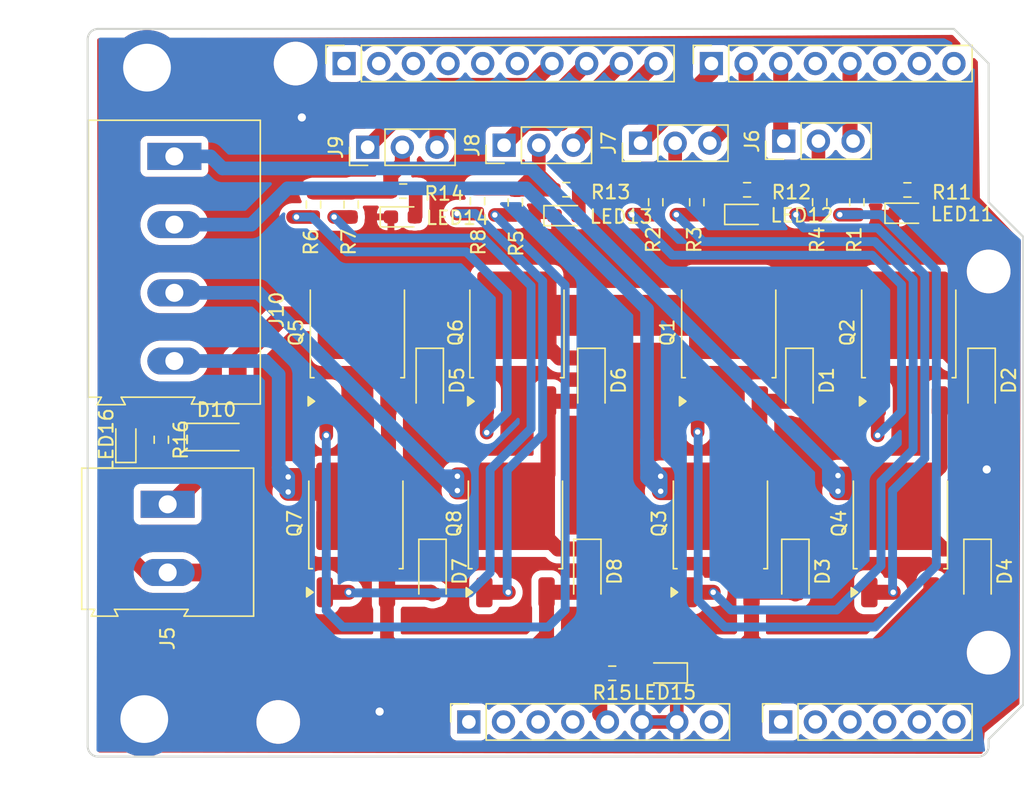
<source format=kicad_pcb>
(kicad_pcb (version 20241229) (generator "pcbnew") (generator_version "9.0")
  (title_block (date "mar. 31 mars 2015"))
  (layers (0 "F.Cu" signal) (2 "B.Cu" signal) (13 "F.Paste" user) (15 "B.Paste" user) (5 "F.SilkS" user "F.Silkscreen") (7 "B.SilkS" user "B.Silkscreen") (1 "F.Mask" user) (3 "B.Mask" user) (25 "Edge.Cuts" user))
  (net 0 "")
  (net 1 "GND")
  (net 3 "+5V")
  (net 4 "/IOREF")
  (net 5 "/A0")
  (net 6 "/A1")
  (net 7 "/A2")
  (net 8 "/A3")
  (net 9 "/SDA{slash}A4")
  (net 10 "/SCL{slash}A5")
  (net 11 "/13")
  (net 12 "/12")
  (net 13 "/AREF")
  (net 14 "M1a")
  (net 15 "V+")
  (net 16 "M1b")
  (net 17 "GND_PWR")
  (net 18 "M2a")
  (net 19 "/4")
  (net 20 "/2")
  (net 21 "M2b")
  (net 22 "/TX{slash}1")
  (net 24 "/RX{slash}0")
  (net 25 "+3V3")
  (net 26 "VCC")
  (net 27 "/~{RESET}")
  (net 28 "D11~")
  (net 29 "D10~")
  (net 30 "D8")
  (net 31 "D9~")
  (net 32 "D7")
  (net 33 "D3~")
  (net 34 "D6~")
  (net 35 "D5~")
  (net 36 "sA")
  (net 37 "sB")
  (net 38 "sC")
  (net 39 "sD")
  (net 40 "Net-(Q1-B)")
  (net 41 "Net-(Q2-B)")
  (net 42 "Net-(Q3-B)")
  (net 43 "Net-(Q4-B)")
  (net 44 "Net-(Q5-B)")
  (net 45 "Net-(Q6-B)")
  (net 46 "Net-(Q7-B)")
  (net 47 "Net-(Q8-B)")
  (net 48 "Net-(LED11-A)")
  (net 49 "Net-(LED12-A)")
  (net 50 "Net-(LED13-A)")
  (net 51 "Net-(LED14-A)")
  (net 52 "Net-(LED15-A)")
  (net 53 "Net-(LED16-A)")
  (net 54 "Net-(D10-A)")
  (footprint "Connector_PinSocket_2.54mm:PinSocket_1x08_P2.54mm_Vertical" (layer "F.Cu") (at 127.94 97.46 90)
    (property "Reference" "J1" (hide yes))
    (property "Value" "Power")
  )
  (footprint "Connector_PinSocket_2.54mm:PinSocket_1x06_P2.54mm_Vertical" (layer "F.Cu") (at 150.8 97.46 90)
    (property "Reference" "J3" (hide yes))
    (property "Value" "Analog")
  )
  (footprint "Connector_PinSocket_2.54mm:PinSocket_1x10_P2.54mm_Vertical" (layer "F.Cu") (at 118.796 49.2 90)
    (property "Reference" "J2" (hide yes))
    (property "Value" "Digital/PWM")
  )
  (footprint "Connector_PinSocket_2.54mm:PinSocket_1x08_P2.54mm_Vertical" (layer "F.Cu") (at 145.72 49.2 90)
    (property "Reference" "J4" (hide yes))
    (property "Value" "Digital/PWM")
  )
  (footprint "Package_TO_SOT_SMD:TO-252-2" (layer "F.Cu") (at 159.575 82.915 90)
    (property "Reference" "Q4")
    (property "Value" "TIP122")
  )
  (footprint "Resistor_SMD:R_0603_1608Metric_Pad0.98x0.95mm_HandSolder" (layer "F.Cu") (at 148.335 58.455 180)
    (property "Reference" "R12")
    (property "Value" "330")
  )
  (footprint "Diode_SMD:D_SOD-123" (layer "F.Cu") (at 165.525 72.43 -90)
    (property "Reference" "D2")
    (property "Value" "SM4007")
  )
  (footprint "LED_SMD:LED_0603_1608Metric_Pad1.05x0.95mm_HandSolder" (layer "F.Cu") (at 148.355 60.26)
    (property "Reference" "LED12")
    (property "Value" "LED_Blue")
  )
  (footprint "LED_SMD:LED_0603_1608Metric_Pad1.05x0.95mm_HandSolder" (layer "F.Cu") (at 160.105 60.17)
    (property "Reference" "LED11")
    (property "Value" "LED_Red")
  )
  (footprint "LED_SMD:LED_0603_1608Metric_Pad1.05x0.95mm_HandSolder" (layer "F.Cu") (at 135.105 60.35)
    (property "Reference" "LED13")
    (property "Value" "LED_Red")
  )
  (footprint "Resistor_SMD:R_0603_1608Metric_Pad0.98x0.95mm_HandSolder" (layer "F.Cu") (at 138.45 93.89 180)
    (property "Reference" "R15")
    (property "Value" "330")
  )
  (footprint "Connector_PinHeader_2.54mm:PinHeader_1x03_P2.54mm_Vertical" (layer "F.Cu") (at 120.525 55.335 90)
    (property "Reference" "J9")
    (property "Value" "M2b")
  )
  (footprint "Package_TO_SOT_SMD:TO-252-2" (layer "F.Cu") (at 131.465 68.915 90)
    (property "Reference" "Q6")
    (property "Value" "TIP122")
  )
  (footprint "LED_SMD:LED_0603_1608Metric_Pad1.05x0.95mm_HandSolder" (layer "F.Cu") (at 102.8 76.78 90)
    (property "Reference" "LED16")
    (property "Value" "LED_Yellow")
  )
  (footprint "TerminalBlock:TerminalBlock_Altech_AK300-2_P5.00mm" (layer "F.Cu") (at 105.865 81.505 -90)
    (property "Reference" "J5")
    (property "Value" "Motor-Source")
  )
  (footprint "Diode_SMD:D_SOD-123" (layer "F.Cu") (at 152.175 72.43 -90)
    (property "Reference" "D1")
    (property "Value" "SM4007")
  )
  (footprint "Resistor_SMD:R_0603_1608Metric_Pad0.98x0.95mm_HandSolder" (layer "F.Cu") (at 116.555 59.535 90)
    (property "Reference" "R6")
    (property "Value" "1k")
  )
  (footprint "Diode_SMD:D_SOD-123" (layer "F.Cu") (at 136.925 72.43 -90)
    (property "Reference" "D6")
    (property "Value" "SM4007")
  )
  (footprint "Arduino_MountingHole:MountingHole_3.2mm" (layer "F.Cu") (at 115.24 49.2)
    (property "Reference" "MH1" (hide yes))
    (property "Value" "MountingHole_3.2mm" (hide yes))
  )
  (footprint "Package_TO_SOT_SMD:TO-252-2" (layer "F.Cu") (at 160.185 68.915 90)
    (property "Reference" "Q2")
    (property "Value" "TIP122")
  )
  (footprint "Resistor_SMD:R_0603_1608Metric_Pad0.98x0.95mm_HandSolder" (layer "F.Cu") (at 144.65 59.365 90)
    (property "Reference" "R3")
    (property "Value" "1k")
  )
  (footprint "Resistor_SMD:R_0603_1608Metric_Pad0.98x0.95mm_HandSolder" (layer "F.Cu") (at 105.4 76.775 -90)
    (property "Reference" "R16")
    (property "Value" "440")
  )
  (footprint "Diode_SMD:D_SOD-123" (layer "F.Cu") (at 151.875 86.43 -90)
    (property "Reference" "D3")
    (property "Value" "SM4007")
  )
  (footprint "LED_SMD:LED_0603_1608Metric_Pad1.05x0.95mm_HandSolder" (layer "F.Cu") (at 142.295 93.87 180)
    (property "Reference" "LED15")
    (property "Value" "LED_Green")
  )
  (footprint "Resistor_SMD:R_0603_1608Metric_Pad0.98x0.95mm_HandSolder" (layer "F.Cu") (at 135.085 58.445 180)
    (property "Reference" "R13")
    (property "Value" "330")
  )
  (footprint "Connector_PinHeader_2.54mm:PinHeader_1x03_P2.54mm_Vertical" (layer "F.Cu") (at 140.525 55.035 90)
    (property "Reference" "J7")
    (property "Value" "M1b")
  )
  (footprint "LED_SMD:LED_0603_1608Metric_Pad1.05x0.95mm_HandSolder" (layer "F.Cu") (at 123.105 60.44)
    (property "Reference" "LED14")
    (property "Value" "LED_Blue")
  )
  (footprint "Resistor_SMD:R_0603_1608Metric_Pad0.98x0.95mm_HandSolder" (layer "F.Cu") (at 141.64 59.365 90)
    (property "Reference" "R2")
    (property "Value" "1k")
  )
  (footprint "Connector_PinHeader_2.54mm:PinHeader_1x03_P2.54mm_Vertical" (layer "F.Cu") (at 151.025 54.885 90)
    (property "Reference" "J6")
    (property "Value" "M1a")
  )
  (footprint "Resistor_SMD:R_0603_1608Metric_Pad0.98x0.95mm_HandSolder" (layer "F.Cu") (at 128.575 59.285 90)
    (property "Reference" "R8")
    (property "Value" "1k")
  )
  (footprint "Resistor_SMD:R_0603_1608Metric_Pad0.98x0.95mm_HandSolder" (layer "F.Cu") (at 156.38 59.365 90)
    (property "Reference" "R1")
    (property "Value" "1k")
  )
  (footprint "Package_TO_SOT_SMD:TO-252-2" (layer "F.Cu") (at 119.77 68.915 90)
    (property "Reference" "Q5")
    (property "Value" "TIP122")
  )
  (footprint "TerminalBlock:TerminalBlock_Altech_AK300-4_P5.00mm" (layer "F.Cu") (at 106.355 56.005 -90)
    (property "Reference" "J10")
    (property "Value" "MotorsA&B")
  )
  (footprint "Package_TO_SOT_SMD:TO-252-2" (layer "F.Cu") (at 146.38 82.915 90)
    (property "Reference" "Q3")
    (property "Value" "TIP122")
  )
  (footprint "Diode_SMD:D_SOD-123" (layer "F.Cu") (at 125.075 72.43 -90)
    (property "Reference" "D5")
    (property "Value" "SM4007")
  )
  (footprint "Package_TO_SOT_SMD:TO-252-2" (layer "F.Cu") (at 119.66 82.915 90)
    (property "Reference" "Q7")
    (property "Value" "TIP122")
  )
  (footprint "Resistor_SMD:R_0603_1608Metric_Pad0.98x0.95mm_HandSolder" (layer "F.Cu") (at 160.085 58.465 180)
    (property "Reference" "R11")
    (property "Value" "330")
  )
  (footprint "Resistor_SMD:R_0603_1608Metric_Pad0.98x0.95mm_HandSolder" (layer "F.Cu") (at 119.315 59.535 90)
    (property "Reference" "R7")
    (property "Value" "1k")
  )
  (footprint "Connector_PinHeader_2.54mm:PinHeader_1x03_P2.54mm_Vertical" (layer "F.Cu") (at 130.525 55.185 90)
    (property "Reference" "J8")
    (property "Value" "M2a")
  )
  (footprint "Diode_SMD:D_SOD-123" (layer "F.Cu") (at 165.225 86.43 -90)
    (property "Reference" "D4")
    (property "Value" "SM4007")
  )
  (footprint "Diode_SMD:D_SOD-123" (layer "F.Cu") (at 136.625 86.43 -90)
    (property "Reference" "D8")
    (property "Value" "SM4007")
  )
  (footprint "Package_TO_SOT_SMD:TO-252-2" (layer "F.Cu") (at 146.99 68.915 90)
    (property "Reference" "Q1")
    (property "Value" "TIP122")
  )
  (footprint "Diode_SMD:D_SOD-123" (layer "F.Cu") (at 125.275 86.43 -90)
    (property "Reference" "D7")
    (property "Value" "SM4007")
  )
  (footprint "Arduino_MountingHole:MountingHole_3.2mm" (layer "F.Cu") (at 113.97 97.46)
    (property "Reference" "MH2" (hide yes))
    (property "Value" "MountingHole_3.2mm" (hide yes))
  )
  (footprint "Resistor_SMD:R_0603_1608Metric_Pad0.98x0.95mm_HandSolder" (layer "F.Cu") (at 131.345 59.385 90)
    (property "Reference" "R5")
    (property "Value" "1k")
  )
  (footprint "Arduino_MountingHole:MountingHole_3.2mm" (layer "F.Cu") (at 166.04 64.44)
    (property "Reference" "MH3" (hide yes))
    (property "Value" "MountingHole_3.2mm" (hide yes))
  )
  (footprint "Arduino_MountingHole:MountingHole_3.2mm" (layer "F.Cu") (at 166.04 92.38)
    (property "Reference" "MH4" (hide yes))
    (property "Value" "MountingHole_3.2mm" (hide yes))
  )
  (footprint "Package_TO_SOT_SMD:TO-252-2" (layer "F.Cu") (at 131.355 82.915 90)
    (property "Reference" "Q8")
    (property "Value" "TIP122")
  )
  (footprint "Resistor_SMD:R_0603_1608Metric_Pad0.98x0.95mm_HandSolder" (layer "F.Cu") (at 153.66 59.365 90)
    (property "Reference" "R4")
    (property "Value" "1k")
  )
  (footprint "Resistor_SMD:R_0603_1608Metric_Pad0.98x0.95mm_HandSolder" (layer "F.Cu") (at 123.13 58.55 180)
    (property "Reference" "R14")
    (property "Value" "330")
  )
  (footprint "Diode_SMD:D_SOD-123" (layer "F.Cu") (at 109.4425 76.575)
    (property "Reference" "D10")
    (property "Value" "SM4007")
  )
  (gr_line (start 166.04 59.36) (end 168.58 61.9) (stroke (width 0.15)) (layer "Edge.Cuts"))
  (gr_line (start 100 99.238) (end 100 47.422) (stroke (width 0.15)) (layer "Edge.Cuts"))
  (gr_line (start 168.58 61.9) (end 168.58 96.19) (stroke (width 0.15)) (layer "Edge.Cuts"))
  (gr_line (start 165.278 100) (end 100.762 100) (stroke (width 0.15)) (layer "Edge.Cuts"))
  (gr_line (start 100.762 46.66) (end 163.5 46.66) (stroke (width 0.15)) (layer "Edge.Cuts"))
  (gr_arc (start 100.762 100) (mid 100.223185 99.776815) (end 100 99.238) (stroke (width 0.15)) (layer "Edge.Cuts"))
  (gr_line (start 168.58 96.19) (end 166.04 98.73) (stroke (width 0.15)) (layer "Edge.Cuts"))
  (gr_line (start 163.5 46.66) (end 166.04 49.2) (stroke (width 0.15)) (layer "Edge.Cuts"))
  (gr_arc (start 166.04 99.238) (mid 165.816815 99.776815) (end 165.278 100) (stroke (width 0.15)) (layer "Edge.Cuts"))
  (gr_line (start 166.04 49.2) (end 166.04 59.36) (stroke (width 0.15)) (layer "Edge.Cuts"))
  (gr_line (start 166.04 98.73) (end 166.04 99.238) (stroke (width 0.15)) (layer "Edge.Cuts"))
  (gr_arc (start 100 47.422) (mid 100.223185 46.883185) (end 100.762 46.66) (stroke (width 0.15)) (layer "Edge.Cuts"))
  (segment (start 143.18 97.46) (end 143.18 93.88) (width 1) (layer "F.Cu") (net 1))
  (segment (start 143.18 93.88) (end 143.17 93.87) (width 1) (layer "F.Cu") (net 1))
  (segment (start 140.64 97.46) (end 140.64 97.36) (width 1) (layer "F.Cu") (net 1))
  (segment (start 140.64 97.46) (end 143.18 97.46) (width 1) (layer "F.Cu") (net 1))
  (via (at 104.15 97.25) (size 5.5) (drill 3.5) (layers "F.Cu" "B.Cu") (net 1))
  (via (at 115.7 53.15) (size 1) (drill 0.6) (layers "F.Cu" "B.Cu") (net 1))
  (via (at 165.9 78.95) (size 1) (drill 0.6) (layers "F.Cu" "B.Cu") (net 1))
  (via (at 121.4 96.7) (size 1) (drill 0.6) (layers "F.Cu" "B.Cu") (net 1))
  (via (at 104.35 49.5) (size 5.5) (drill 3.5) (layers "F.Cu" "B.Cu") (net 1))
  (segment (start 137.5375 96.8975) (end 138.1 97.46) (width 1.1) (layer "F.Cu") (net 3))
  (segment (start 137.5375 93.89) (end 137.5375 96.8975) (width 1.1) (layer "F.Cu") (net 3))
  (segment (start 152.05 73.955) (end 152.175 74.08) (width 1.1) (layer "F.Cu") (net 14))
  (segment (start 144.285 80.55) (end 144.855 79.98) (width 1.3) (layer "F.Cu") (net 14))
  (segment (start 142 80.55) (end 144.285 80.55) (width 1.3) (layer "F.Cu") (net 14))
  (segment (start 149.27 73.955) (end 149.27 78.615) (width 1.1) (layer "F.Cu") (net 14))
  (segment (start 142 79.45) (end 144.325 79.45) (width 1.3) (layer "F.Cu") (net 14))
  (segment (start 144.725 80) (end 146.38 81.655) (width 1) (layer "F.Cu") (net 14))
  (segment (start 149.27 78.615) (end 147.905 79.98) (width 1.1) (layer "F.Cu") (net 14))
  (segment (start 151.875 84.78) (end 149.505 84.78) (width 1.1) (layer "F.Cu") (net 14))
  (segment (start 144.325 79.45) (end 144.855 79.98) (width 1.3) (layer "F.Cu") (net 14))
  (segment (start 149.505 84.78) (end 146.38 81.655) (width 1.1) (layer "F.Cu") (net 14))
  (segment (start 149.27 73.955) (end 150.75 73.955) (width 1.1) (layer "F.Cu") (net 14))
  (segment (start 150.75 73.955) (end 152.05 73.955) (width 1.1) (layer "F.Cu") (net 14))
  (via (at 142 80.55) (size 0.8) (drill 0.4) (layers "F.Cu" "B.Cu") (net 14))
  (via (at 142 79.45) (size 0.8) (drill 0.4) (layers "F.Cu" "B.Cu") (net 14))
  (segment (start 114.65 58.35) (end 111.995 61.005) (width 1) (layer "B.Cu") (net 14))
  (segment (start 141 67.204372) (end 141 76.8) (width 1) (layer "B.Cu") (net 14))
  (segment (start 141 78.45) (end 142 79.45) (width 1) (layer "B.Cu") (net 14))
  (segment (start 141 76.8) (end 141 78.45) (width 1) (layer "B.Cu") (net 14))
  (segment (start 132.145628 58.35) (end 114.65 58.35) (width 1) (layer "B.Cu") (net 14))
  (segment (start 111.995 61.005) (end 106.355 61.005) (width 1) (layer "B.Cu") (net 14))
  (segment (start 141 79.55) (end 142 80.55) (width 1) (layer "B.Cu") (net 14))
  (segment (start 141 76.8) (end 141 79.55) (width 1) (layer "B.Cu") (net 14))
  (segment (start 141 67.204372) (end 132.145628 58.35) (width 1) (layer "B.Cu") (net 14))
  (segment (start 142 79.45) (end 142 80.55) (width 1) (layer "B.Cu") (net 14))
  (segment (start 136.925 70.78) (end 134.59 70.78) (width 1.1) (layer "F.Cu") (net 15))
  (segment (start 105.4 77.6875) (end 106.68 77.6875) (width 1) (layer "F.Cu") (net 15))
  (segment (start 125.075 70.78) (end 122.745 70.78) (width 1) (layer "F.Cu") (net 15))
  (segment (start 158.43 65.75) (end 158.66 65.98) (width 1) (layer "F.Cu") (net 15))
  (segment (start 122.745 70.78) (end 121.295 69.33) (width 1) (layer "F.Cu") (net 15))
  (segment (start 114.345 67.655) (end 111 71) (width 1.3) (layer "F.Cu") (net 15))
  (segment (start 134.59 70.78) (end 131.465 67.655) (width 1.1) (layer "F.Cu") (net 15))
  (segment (start 149.965 70.78) (end 148.515 69.33) (width 1.1) (layer "F.Cu") (net 15))
  (segment (start 163.31 70.78) (end 160.185 67.655) (width 1) (layer "F.Cu") (net 15))
  (segment (start 111 73.3675) (end 107.7925 76.575) (width 1.3) (layer "F.Cu") (net 15))
  (segment (start 106.68 77.6875) (end 107.7925 76.575) (width 1) (layer "F.Cu") (net 15))
  (segment (start 111 71) (end 111 73.3675) (width 1.3) (layer "F.Cu") (net 15))
  (segment (start 119.77 67.655) (end 160.185 67.655) (width 3) (layer "F.Cu") (net 15))
  (segment (start 119.77 67.655) (end 114.345 67.655) (width 1.3) (layer "F.Cu") (net 15))
  (segment (start 119.77 67.655) (end 119.77 67.98) (width 1) (layer "F.Cu") (net 15))
  (segment (start 165.525 70.78) (end 163.31 70.78) (width 1) (layer "F.Cu") (net 15))
  (segment (start 129.46 65.5) (end 129.94 65.98) (width 1) (layer "F.Cu") (net 15))
  (segment (start 117.765 65.5) (end 118.245 65.98) (width 1) (layer "F.Cu") (net 15))
  (segment (start 145.235 65.75) (end 145.465 65.98) (width 1) (layer "F.Cu") (net 15))
  (segment (start 152.175 70.78) (end 149.965 70.78) (width 1.1) (layer "F.Cu") (net 15))
  (segment (start 117.37 69.33) (end 118.245 69.33) (width 1) (layer "F.Cu") (net 15))
  (segment (start 157.92 80) (end 159.575 81.655) (width 1) (layer "F.Cu") (net 16))
  (segment (start 162.465 73.955) (end 165.4 73.955) (width 1.1) (layer "F.Cu") (net 16))
  (segment (start 162.7 84.78) (end 159.575 81.655) (width 1.1) (layer "F.Cu") (net 16))
  (segment (start 162.465 78.765) (end 159.575 81.655) (width 1.1) (layer "F.Cu") (net 16))
  (segment (start 162.465 73.955) (end 162.465 78.765) (width 1.1) (layer "F.Cu") (net 16))
  (segment (start 155 80.55) (end 157.48 80.55) (width 1.3) (layer "F.Cu") (net 16))
  (segment (start 155 79.4) (end 157.47 79.4) (width 1.3) (layer "F.Cu") (net 16))
  (segment (start 165.225 84.78) (end 162.7 84.78) (width 1.1) (layer "F.Cu") (net 16))
  (segment (start 165.4 73.955) (end 165.525 74.08) (width 1.1) (layer "F.Cu") (net 16))
  (segment (start 157.48 80.55) (end 158.05 79.98) (width 1.3) (layer "F.Cu") (net 16))
  (segment (start 157.47 79.4) (end 158.05 79.98) (width 1.3) (layer "F.Cu") (net 16))
  (segment (start 159.575 81.655) (end 160.715796 81.655) (width 1) (layer "F.Cu") (net 16))
  (via (at 155 80.55) (size 0.8) (drill 0.4) (layers "F.Cu" "B.Cu") (net 16))
  (via (at 155 79.4) (size 0.8) (drill 0.4) (layers "F.Cu" "B.Cu") (net 16))
  (segment (start 132.486 56.886) (end 154.325 78.725) (width 1) (layer "B.Cu") (net 16))
  (segment (start 106.355 56.005) (end 109.005 56.005) (width 1) (layer "B.Cu") (net 16))
  (segment (start 155 79.4) (end 155 80.55) (width 1) (layer "B.Cu") (net 16))
  (segment (start 154.325 79.875) (end 155 80.55) (width 1) (layer "B.Cu") (net 16))
  (segment (start 154.325 78.725) (end 154.325 79.875) (width 1) (layer "B.Cu") (net 16))
  (segment (start 154.325 78.725) (end 155 79.4) (width 1) (layer "B.Cu") (net 16))
  (segment (start 109.005 56.005) (end 109.886 56.886) (width 1) (layer "B.Cu") (net 16))
  (segment (start 109.886 56.886) (end 132.486 56.886) (width 1) (layer "B.Cu") (net 16))
  (segment (start 133.635 91.385) (end 134.5 92.25) (width 1.1) (layer "F.Cu") (net 17))
  (segment (start 165.1 87.955) (end 165.225 88.08) (width 1.1) (layer "F.Cu") (net 17))
  (segment (start 133.635 91.115) (end 132.5 92.25) (width 1.1) (layer "F.Cu") (net 17))
  (segment (start 151.75 87.955) (end 151.875 88.08) (width 1.1) (layer "F.Cu") (net 17))
  (segment (start 104.255 86.505) (end 102.8 85.05) (width 1) (layer "F.Cu") (net 17))
  (segment (start 133.635 87.955) (end 133.635 91.115) (width 1.1) (layer "F.Cu") (net 17))
  (segment (start 148.66 91.41) (end 149.5 92.25) (width 1.1) (layer "F.Cu") (net 17))
  (segment (start 148.66 91.34) (end 147.75 92.25) (width 1.1) (layer "F.Cu") (net 17))
  (segment (start 109.605 86.505) (end 115.3 92.2) (width 1.3) (layer "F.Cu") (net 17))
  (segment (start 148.66 91.34) (end 148.66 91.41) (width 1.1) (layer "F.Cu") (net 17))
  (segment (start 121.94 91.56) (end 121.25 92.25) (width 1) (layer "F.Cu") (net 17))
  (segment (start 161.855 87.955) (end 165.1 87.955) (width 1.1) (layer "F.Cu") (net 17))
  (segment (start 148.66 87.955) (end 148.66 91.34) (width 1.1) (layer "F.Cu") (net 17))
  (segment (start 136.5 87.955) (end 136.625 88.08) (width 1.1) (layer "F.Cu") (net 17))
  (segment (start 106.865 86.505) (end 107.216 86.154) (width 1) (layer "F.Cu") (net 17))
  (segment (start 105.865 86.505) (end 104.255 86.505) (width 1) (layer "F.Cu") (net 17))
  (segment (start 105.865 86.505) (end 109.605 86.505) (width 1.3) (layer "F.Cu") (net 17))
  (segment (start 121.94 87.955) (end 125.15 87.955) (width 1.1) (layer "F.Cu") (net 17))
  (segment (start 122.06 91.56) (end 122.75 92.25) (width 1) (layer "F.Cu") (net 17))
  (segment (start 157.61 92.2) (end 161.855 87.955) (width 1.3) (layer "F.Cu") (net 17))
  (segment (start 133.635 87.955) (end 136.5 87.955) (width 1.1) (layer "F.Cu") (net 17))
  (segment (start 148.66 87.955) (end 151.75 87.955) (width 1.1) (layer "F.Cu") (net 17))
  (segment (start 121.94 87.955) (end 121.94 91.56) (width 1) (layer "F.Cu") (net 17))
  (segment (start 125.15 87.955) (end 125.275 88.08) (width 1.1) (layer "F.Cu") (net 17))
  (segment (start 121.94 91.56) (end 122.06 91.56) (width 1) (layer "F.Cu") (net 17))
  (segment (start 147.75 92.25) (end 149.5 92.25) (width 1) (layer "F.Cu") (net 17))
  (segment (start 133.635 91.115) (end 133.635 91.385) (width 1.1) (layer "F.Cu") (net 17))
  (segment (start 132.5 92.25) (end 134.5 92.25) (width 1) (layer "F.Cu") (net 17))
  (segment (start 102.8 85.05) (end 102.8 77.655) (width 1) (layer "F.Cu") (net 17))
  (segment (start 121.25 92.25) (end 122.75 92.25) (width 1) (layer "F.Cu") (net 17))
  (segment (start 115.3 92.2) (end 157.61 92.2) (width 1.3) (layer "F.Cu") (net 17))
  (segment (start 122.05 79.265) (end 119.66 81.655) (width 1.1) (layer "F.Cu") (net 18))
  (segment (start 122.05 73.955) (end 122.05 79.265) (width 1.1) (layer "F.Cu") (net 18))
  (segment (start 114.7 80.6) (end 117.515 80.6) (width 1.3) (layer "F.Cu") (net 18))
  (segment (start 114.7 79.5) (end 117.655 79.5) (width 1.3) (layer "F.Cu") (net 18))
  (segment (start 118.005 80) (end 119.66 81.655) (width 1) (layer "F.Cu") (net 18))
  (segment (start 117.515 80.6) (end 118.135 79.98) (width 1.3) (layer "F.Cu") (net 18))
  (segment (start 124.95 73.955) (end 125.075 74.08) (width 1.1) (layer "F.Cu") (net 18))
  (segment (start 122.05 73.955) (end 124.95 73.955) (width 1.1) (layer "F.Cu") (net 18))
  (segment (start 117.655 79.5) (end 118.135 79.98) (width 1.3) (layer "F.Cu") (net 18))
  (segment (start 122.785 84.78) (end 119.66 81.655) (width 1) (layer "F.Cu") (net 18))
  (segment (start 125.275 84.78) (end 122.785 84.78) (width 1) (layer "F.Cu") (net 18))
  (via (at 114.7 80.6) (size 0.8) (drill 0.4) (layers "F.Cu" "B.Cu") (net 18))
  (via (at 114.7 79.5) (size 0.8) (drill 0.4) (layers "F.Cu" "B.Cu") (net 18))
  (segment (start 114 78.8) (end 114 79.9) (width 1) (layer "B.Cu") (net 18))
  (segment (start 114.7 79.5) (end 114.7 80.6) (width 1) (layer "B.Cu") (net 18))
  (segment (start 114 72) (end 113 71) (width 1) (layer "B.Cu") (net 18))
  (segment (start 112.995 71.005) (end 106.355 71.005) (width 1) (layer "B.Cu") (net 18))
  (segment (start 114 79.9) (end 114.7 80.6) (width 1) (layer "B.Cu") (net 18))
  (segment (start 113 71) (end 112.995 71.005) (width 1) (layer "B.Cu") (net 18))
  (segment (start 114 78.8) (end 114.7 79.5) (width 1) (layer "B.Cu") (net 18))
  (segment (start 114 72) (end 114 78.8) (width 1) (layer "B.Cu") (net 18))
  (segment (start 129.31 80.5) (end 129.83 79.98) (width 1.3) (layer "F.Cu") (net 21))
  (segment (start 129.7 80) (end 131.355 81.655) (width 1) (layer "F.Cu") (net 21))
  (segment (start 133.745 79.265) (end 131.355 81.655) (width 1.1) (layer "F.Cu") (net 21))
  (segment (start 134.48 84.78) (end 131.355 81.655) (width 1.1) (layer "F.Cu") (net 21))
  (segment (start 133.745 73.955) (end 133.745 79.265) (width 1.1) (layer "F.Cu") (net 21))
  (segment (start 133.745 73.955) (end 136.8 73.955) (width 1.1) (layer "F.Cu") (net 21))
  (segment (start 136.625 84.78) (end 134.48 84.78) (width 1.1) (layer "F.Cu") (net 21))
  (segment (start 127.1 79.45) (end 129.3 79.45) (width 1.3) (layer "F.Cu") (net 21))
  (segment (start 127.1 80.5) (end 129.31 80.5) (width 1.3) (layer "F.Cu") (net 21))
  (segment (start 136.8 73.955) (end 136.925 74.08) (width 1.1) (layer "F.Cu") (net 21))
  (segment (start 129.3 79.45) (end 129.83 79.98) (width 1.3) (layer "F.Cu") (net 21))
  (via (at 127.1 79.45) (size 0.8) (drill 0.4) (layers "F.Cu" "B.Cu") (net 21))
  (via (at 127.1 80.5) (size 0.8) (drill 0.4) (layers "F.Cu" "B.Cu") (net 21))
  (segment (start 112.495 66.005) (end 106.355 66.005) (width 1) (layer "B.Cu") (net 21))
  (segment (start 127 80.5) (end 125.95 79.45) (width 1) (layer "B.Cu") (net 21))
  (segment (start 125.95 79.45) (end 127.1 79.45) (width 1) (layer "B.Cu") (net 21))
  (segment (start 112.5 66) (end 125.95 79.45) (width 1) (layer "B.Cu") (net 21))
  (segment (start 112.5 66) (end 112.495 66.005) (width 1) (layer "B.Cu") (net 21))
  (segment (start 127.1 80.5) (end 127 80.5) (width 1) (layer "B.Cu") (net 21))
  (segment (start 127.1 79.45) (end 127.1 80.5) (width 1) (layer "B.Cu") (net 21))
  (segment (start 134.036 49.2) (end 132.435 50.801) (width 1.1) (layer "F.Cu") (net 28))
  (segment (start 132.435 50.801) (end 125.059 50.801) (width 1.1) (layer "F.Cu") (net 28))
  (segment (start 125.059 50.801) (end 120.525 55.335) (width 1.1) (layer "F.Cu") (net 28))
  (segment (start 136.576 49.2) (end 133.526 52.25) (width 1.1) (layer "F.Cu") (net 29))
  (segment (start 133.526 52.25) (end 127.5 52.25) (width 1.1) (layer "F.Cu") (net 29))
  (segment (start 127.5 52.25) (end 125.605 54.145) (width 1.1) (layer "F.Cu") (net 29))
  (segment (start 125.605 54.145) (end 125.605 55.335) (width 1.1) (layer "F.Cu") (net 29))
  (segment (start 141.59 49.2) (end 135.605 55.185) (width 1.1) (layer "F.Cu") (net 30))
  (segment (start 141.656 49.2) (end 141.59 49.2) (width 1.1) (layer "F.Cu") (net 30))
  (segment (start 130.525 55.185) (end 132.126 53.584) (width 1.1) (layer "F.Cu") (net 31))
  (segment (start 134.732 53.584) (end 139.116 49.2) (width 1.1) (layer "F.Cu") (net 31))
  (segment (start 132.126 53.584) (end 134.732 53.584) (width 1.1) (layer "F.Cu") (net 31))
  (segment (start 145.72 49.84) (end 140.525 55.035) (width 1.1) (layer "F.Cu") (net 32))
  (segment (start 145.72 49.2) (end 145.72 49.84) (width 1.1) (layer "F.Cu") (net 32))
  (segment (start 155.88 54.66) (end 156.105 54.885) (width 1.1) (layer "F.Cu") (net 33))
  (segment (start 155.88 49.2) (end 155.88 54.66) (width 1.1) (layer "F.Cu") (net 33))
  (segment (start 148.26 52.38) (end 145.605 55.035) (width 1.1) (layer "F.Cu") (net 34))
  (segment (start 148.26 49.2) (end 148.26 52.38) (width 1.1) (layer "F.Cu") (net 34))
  (segment (start 150.8 54.66) (end 151.025 54.885) (width 1.1) (layer "F.Cu") (net 35))
  (segment (start 150.8 49.2) (end 150.8 54.66) (width 1.1) (layer "F.Cu") (net 35))
  (segment (start 153.565 57) (end 153.565 57.0175) (width 1) (layer "F.Cu") (net 36))
  (segment (start 156.38 58.4525) (end 159.16 58.4525) (width 1) (layer "F.Cu") (net 36))
  (segment (start 159.16 58.4525) (end 159.1725 58.465) (width 1) (layer "F.Cu") (net 36))
  (segment (start 153.565 58.3575) (end 153.66 58.4525) (width 1) (layer "F.Cu") (net 36))
  (segment (start 153.66 58.4525) (end 155 58.4525) (width 1) (layer "F.Cu") (net 36))
  (segment (start 155 58.4525) (end 156.38 58.4525) (width 1) (layer "F.Cu") (net 36))
  (segment (start 156.3925 58.465) (end 156.38 58.4525) (width 1.1) (layer "F.Cu") (net 36))
  (segment (start 153.565 57.0175) (end 155 58.4525) (width 1) (layer "F.Cu") (net 36))
  (segment (start 153.565 54.885) (end 153.565 57) (width 1) (layer "F.Cu") (net 36))
  (segment (start 153.565 57) (end 153.565 58.3575) (width 1) (layer "F.Cu") (net 36))
  (segment (start 143.065 57.0275) (end 144.01875 57.98125) (width 1) (layer "F.Cu") (net 37))
  (segment (start 144.49 58.4525) (end 144.65 58.4525) (width 1) (layer "F.Cu") (net 37))
  (segment (start 143.065 57.0275) (end 142.54625 57.54625) (width 1) (layer "F.Cu") (net 37))
  (segment (start 144.01875 57.98125) (end 144.49 58.4525) (width 1) (layer "F.Cu") (net 37))
  (segment (start 144.65 58.4525) (end 147.42 58.4525) (width 1) (layer "F.Cu") (net 37))
  (segment (start 143.58375 57.54625) (end 144.01875 57.98125) (width 1) (layer "F.Cu") (net 37))
  (segment (start 144.6525 58.455) (end 144.65 58.4525) (width 1) (layer "F.Cu") (net 37))
  (segment (start 142.54625 57.54625) (end 141.64 58.4525) (width 1) (layer "F.Cu") (net 37))
  (segment (start 142.54625 57.54625) (end 143.58375 57.54625) (width 1) (layer "F.Cu") (net 37))
  (segment (start 147.42 58.4525) (end 147.4225 58.455) (width 1) (layer "F.Cu") (net 37))
  (segment (start 141.64 58.4525) (end 144.65 58.4525) (width 1) (layer "F.Cu") (net 37))
  (segment (start 143.065 55.035) (end 143.065 57.0275) (width 1) (layer "F.Cu") (net 37))
  (segment (start 134.1725 58.445) (end 133.445 58.445) (width 1) (layer "F.Cu") (net 38))
  (segment (start 131.5925 58.4725) (end 132.5325 57.5325) (width 1) (layer "F.Cu") (net 38))
  (segment (start 131.345 58.4725) (end 131.5925 58.4725) (width 1) (layer "F.Cu") (net 38))
  (segment (start 128.575 58.3725) (end 131.245 58.3725) (width 1) (layer "F.Cu") (net 38))
  (segment (start 133.445 58.445) (end 132.5325 57.5325) (width 1) (layer "F.Cu") (net 38))
  (segment (start 134.1725 58.445) (end 134.1725 58.4225) (width 1) (layer "F.Cu") (net 38))
  (segment (start 134.1725 58.445) (end 131.3725 58.445) (width 1) (layer "F.Cu") (net 38))
  (segment (start 131.3725 58.445) (end 131.345 58.4725) (width 1) (layer "F.Cu") (net 38))
  (segment (start 134.1725 58.4225) (end 132.9075 57.1575) (width 1) (layer "F.Cu") (net 38))
  (segment (start 132.5325 57.5325) (end 132.9075 57.1575) (width 1) (layer "F.Cu") (net 38))
  (segment (start 131.245 58.3725) (end 131.345 58.4725) (width 1) (layer "F.Cu") (net 38))
  (segment (start 133.065 55.185) (end 133.065 57) (width 1) (layer "F.Cu") (net 38))
  (segment (start 132.9075 57.1575) (end 133.065 57) (width 1) (layer "F.Cu") (net 38))
  (segment (start 123.065 56.537081) (end 122.2175 57.384581) (width 1.1) (layer "F.Cu") (net 39))
  (segment (start 119.315 58.6225) (end 116.555 58.6225) (width 1.1) (layer "F.Cu") (net 39))
  (segment (start 122.2175 58.55) (end 119.3875 58.55) (width 1.1) (layer "F.Cu") (net 39))
  (segment (start 122.2175 57.384581) (end 122.2175 58.55) (width 1.1) (layer "F.Cu") (net 39))
  (segment (start 123.065 55.335) (end 123.065 56.537081) (width 1.1) (layer "F.Cu") (net 39))
  (segment (start 119.3875 58.55) (end 119.315 58.6225) (width 1.1) (layer "F.Cu") (net 39))
  (segment (start 156.38 60.2775) (end 155.13 60.2775) (width 1) (layer "F.Cu") (net 40))
  (segment (start 144.71 76.205) (end 144.71 73.955) (width 1) (layer "F.Cu") (net 40))
  (via (at 144.71 76.205) (size 0.6) (drill 0.4) (layers "F.Cu" "B.Cu") (net 40))
  (via (at 155.13 60.2775) (size 0.6) (drill 0.4) (layers "F.Cu" "B.Cu") (net 40))
  (segment (start 162.208 85.995496) (end 162.208 64.347512) (width 0.65) (layer "B.Cu") (net 40))
  (segment (start 144.75 88.55) (end 146.7 90.5) (width 0.65) (layer "B.Cu") (net 40))
  (segment (start 157.703496 90.5) (end 162.208 85.995496) (width 0.65) (layer "B.Cu") (net 40))
  (segment (start 144.75 76.245) (end 144.75 88.55) (width 0.65) (layer "B.Cu") (net 40))
  (segment (start 158.137988 60.2775) (end 155.13 60.2775) (width 0.65) (layer "B.Cu") (net 40))
  (segment (start 162.208 64.347512) (end 158.137988 60.2775) (width 0.65) (layer "B.Cu") (net 40))
  (segment (start 146.7 90.5) (end 157.703496 90.5) (width 0.65) (layer "B.Cu") (net 40))
  (segment (start 144.71 76.205) (end 144.75 76.245) (width 0.65) (layer "B.Cu") (net 40))
  (segment (start 141.64 60.2775) (end 139.89 60.2775) (width 1) (layer "F.Cu") (net 41))
  (segment (start 157.905 76.455) (end 157.905 73.955) (width 1) (layer "F.Cu") (net 41))
  (via (at 139.89 60.2775) (size 0.6) (drill 0.4) (layers "F.Cu" "B.Cu") (net 41))
  (via (at 157.905 76.455) (size 0.6) (drill 0.4) (layers "F.Cu" "B.Cu") (net 41))
  (segment (start 159.655 65.405) (end 159.655 74.705) (width 0.65) (layer "B.Cu") (net 41))
  (segment (start 139.89 60.2775) (end 142.8625 63.25) (width 0.65) (layer "B.Cu") (net 41))
  (segment (start 142.8625 63.25) (end 157.5 63.25) (width 0.65) (layer "B.Cu") (net 41))
  (segment (start 157.5 63.25) (end 159.655 65.405) (width 0.65) (layer "B.Cu") (net 41))
  (segment (start 159.655 74.705) (end 157.905 76.455) (width 0.65) (layer "B.Cu") (net 41))
  (segment (start 144.1 87.955) (end 145.85 87.955) (width 1.1) (layer "F.Cu") (net 42))
  (segment (start 144.65 60.2775) (end 143.15 60.2775) (width 1) (layer "F.Cu") (net 42))
  (via (at 145.85 87.955) (size 0.6) (drill 0.4) (layers "F.Cu" "B.Cu") (net 42))
  (via (at 143.15 60.2775) (size 0.6) (drill 0.4) (layers "F.Cu" "B.Cu") (net 42))
  (segment (start 158.15 86) (end 154.9 89.25) (width 0.65) (layer "B.Cu") (net 42))
  (segment (start 160.506 77.494) (end 158.15 79.85) (width 0.65) (layer "B.Cu") (net 42))
  (segment (start 154.9 89.25) (end 147.145 89.25) (width 0.65) (layer "B.Cu") (net 42))
  (segment (start 145.1225 62.25) (end 157.703496 62.25) (width 0.65) (layer "B.Cu") (net 42))
  (segment (start 158.15 79.85) (end 158.15 86) (width 0.65) (layer "B.Cu") (net 42))
  (segment (start 143.15 60.2775) (end 145.1225 62.25) (width 0.65) (layer "B.Cu") (net 42))
  (segment (start 147.145 89.25) (end 145.85 87.955) (width 0.65) (layer "B.Cu") (net 42))
  (segment (start 157.703496 62.25) (end 160.506 65.052504) (width 0.65) (layer "B.Cu") (net 42))
  (segment (start 160.506 65.052504) (end 160.506 77.494) (width 0.65) (layer "B.Cu") (net 42))
  (segment (start 153.66 60.2775) (end 151.91 60.2775) (width 1) (layer "F.Cu") (net 43))
  (segment (start 157.295 87.955) (end 159.045 87.955) (width 1.1) (layer "F.Cu") (net 43))
  (via (at 159.045 87.955) (size 0.6) (drill 0.4) (layers "F.Cu" "B.Cu") (net 43))
  (via (at 151.91 60.2775) (size 0.6) (drill 0.4) (layers "F.Cu" "B.Cu") (net 43))
  (segment (start 161.357 64.700008) (end 157.906992 61.25) (width 0.65) (layer "B.Cu") (net 43))
  (segment (start 152.5 61.25) (end 151.91 60.66) (width 0.65) (layer "B.Cu") (net 43))
  (segment (start 159 87.91) (end 159.045 87.955) (width 0.65) (layer "B.Cu") (net 43))
  (segment (start 159 80.5) (end 161.357 78.143) (width 0.65) (layer "B.Cu") (net 43))
  (segment (start 151.91 60.66) (end 151.91 60.2775) (width 0.65) (layer "B.Cu") (net 43))
  (segment (start 159 80.5) (end 159 87.91) (width 0.65) (layer "B.Cu") (net 43))
  (segment (start 161.357 78.143) (end 161.357 64.700008) (width 0.65) (layer "B.Cu") (net 43))
  (segment (start 157.906992 61.25) (end 152.5 61.25) (width 0.65) (layer "B.Cu") (net 43))
  (segment (start 131.345 60.2975) (end 129.845 60.2975) (width 1) (layer "F.Cu") (net 44))
  (segment (start 117.49 76.455) (end 117.49 73.955) (width 1) (layer "F.Cu") (net 44))
  (via (at 129.845 60.2975) (size 0.6) (drill 0.4) (layers "F.Cu" "B.Cu") (net 44))
  (via (at 117.49 76.455) (size 0.6) (drill 0.4) (layers "F.Cu" "B.Cu") (net 44))
  (segment (start 135 65.4525) (end 135 89.25) (width 0.65) (layer "B.Cu") (net 44))
  (segment (start 129.845 60.2975) (end 135 65.4525) (width 0.65) (layer "B.Cu") (net 44))
  (segment (start 133.75 90.5) (end 118.7 90.5) (width 0.65) (layer "B.Cu") (net 44))
  (segment (start 135 89.25) (end 133.75 90.5) (width 0.65) (layer "B.Cu") (net 44))
  (segment (start 118.7 90.5) (end 117.49 89.29) (width 0.65) (layer "B.Cu") (net 44))
  (segment (start 117.49 89.29) (end 117.49 76.455) (width 0.65) (layer "B.Cu") (net 44))
  (segment (start 116.305 60.4475) (end 115.055 60.4475) (width 1) (layer "F.Cu") (net 45))
  (segment (start 129.25 76.25) (end 129.25 74.02) (width 1) (layer "F.Cu") (net 45))
  (segment (start 129.25 74.02) (end 129.185 73.955) (width 1) (layer "F.Cu") (net 45))
  (via (at 115.305 60.4475) (size 0.6) (drill 0.4) (layers "F.Cu" "B.Cu") (net 45))
  (via (at 129.25 76.25) (size 0.6) (drill 0.4) (layers "F.Cu" "B.Cu") (net 45))
  (segment (start 130.75 74.75) (end 129.25 76.25) (width 0.65) (layer "B.Cu") (net 45))
  (segment (start 116.4475 60.4475) (end 119 63) (width 0.65) (layer "B.Cu") (net 45))
  (segment (start 115.305 60.4475) (end 116.4475 60.4475) (width 0.65) (layer "B.Cu") (net 45))
  (segment (start 130.75 66) (end 130.75 74.75) (width 0.65) (layer "B.Cu") (net 45))
  (segment (start 119 63) (end 127.75 63) (width 0.65) (layer "B.Cu") (net 45))
  (segment (start 127.75 63) (end 130.75 66) (width 0.65) (layer "B.Cu") (net 45))
  (segment (start 117.38 87.955) (end 119.13 87.955) (width 1.1) (layer "F.Cu") (net 46))
  (segment (start 119.315 60.4475) (end 118.065 60.4475) (width 1) (layer "F.Cu") (net 46))
  (via (at 118.065 60.4475) (size 0.6) (drill 0.4) (layers "F.Cu" "B.Cu") (net 46))
  (via (at 119.13 87.955) (size 0.6) (drill 0.4) (layers "F.Cu" "B.Cu") (net 46))
  (segment (start 128 88) (end 119.175 88) (width 0.65) (layer "B.Cu") (net 46))
  (segment (start 129.5 78.950983) (end 129.5 86.5) (width 0.65) (layer "B.Cu") (net 46))
  (segment (start 118.065 60.4475) (end 119.6175 62) (width 0.65) (layer "B.Cu") (net 46))
  (segment (start 132.5 65.5) (end 132.5 75.950983) (width 0.65) (layer "B.Cu") (net 46))
  (segment (start 132.5 75.950983) (end 129.5 78.950983) (width 0.65) (layer "B.Cu") (net 46))
  (segment (start 119.6175 62) (end 129 62) (width 0.65) (layer "B.Cu") (net 46))
  (segment (start 129 62) (end 132.5 65.5) (width 0.65) (layer "B.Cu") (net 46))
  (segment (start 129.5 86.5) (end 128 88) (width 0.65) (layer "B.Cu") (net 46))
  (segment (start 119.175 88) (end 119.13 87.955) (width 0.65) (layer "B.Cu") (net 46))
  (segment (start 128.575 60.1975) (end 127.075 60.1975) (width 1) (layer "F.Cu") (net 47))
  (segment (start 129.075 87.955) (end 130.825 87.955) (width 1.1) (layer "F.Cu") (net 47))
  (via (at 130.825 87.955) (size 0.6) (drill 0.4) (layers "F.Cu" "B.Cu") (net 47))
  (via (at 127.075 60.1975) (size 0.6) (drill 0.4) (layers "F.Cu" "B.Cu") (net 47))
  (segment (start 127.075 60.1975) (end 128.400996 60.1975) (width 0.65) (layer "B.Cu") (net 47))
  (segment (start 133.351 76.399) (end 130.75 79) (width 0.65) (layer "B.Cu") (net 47))
  (segment (start 128.400996 60.1975) (end 133.351 65.147504) (width 0.65) (layer "B.Cu") (net 47))
  (segment (start 130.75 79) (end 130.75 87.88) (width 0.65) (layer "B.Cu") (net 47))
  (segment (start 130.75 87.88) (end 130.825 87.955) (width 0.65) (layer "B.Cu") (net 47))
  (segment (start 133.351 65.147504) (end 133.351 76.399) (width 0.65) (layer "B.Cu") (net 47))
  (segment (start 160.9975 60.3025) (end 160.98 60.32) (width 1) (layer "F.Cu") (net 48))
  (segment (start 160.9975 58.415) (end 160.9975 60.1025) (width 1) (layer "F.Cu") (net 48))
  (segment (start 149.2475 58.455) (end 149.2475 60.2425) (width 1) (layer "F.Cu") (net 49))
  (segment (start 149.2475 60.2425) (end 149.23 60.26) (width 1) (layer "F.Cu") (net 49))
  (segment (start 135.9975 60.3325) (end 135.98 60.35) (width 1) (layer "F.Cu") (net 50))
  (segment (start 135.9975 58.445) (end 135.9975 60.3325) (width 1) (layer "F.Cu") (net 50))
  (segment (start 124.0425 60.3775) (end 123.98 60.44) (width 1) (layer "F.Cu") (net 51))
  (segment (start 124.0425 58.55) (end 124.0425 60.3775) (width 1) (layer "F.Cu") (net 51))
  (segment (start 139.3825 93.87) (end 139.3625 93.89) (width 1) (layer "F.Cu") (net 52))
  (segment (start 141.42 93.87) (end 139.3825 93.87) (width 1) (layer "F.Cu") (net 52))
  (segment (start 102.8 75.905) (end 105.3575 75.905) (width 1) (layer "F.Cu") (net 53))
  (segment (start 105.3575 75.905) (end 105.4 75.8625) (width 1) (layer "F.Cu") (net 53))
  (segment (start 105.865 81.505) (end 106.1625 81.505) (width 1.3) (layer "F.Cu") (net 54))
  (segment (start 105.865 81.505) (end 105.865 81.635) (width 1) (layer "F.Cu") (net 54))
  (segment (start 106.1625 81.505) (end 111.0925 76.575) (width 1.3) (layer "F.Cu") (net 54))
  (zone (net 1) (net_name "GND") (layer "F.Cu") (priority 1) (connect_pads (clearance 0.508)) (min_thickness 0.25) (fill yes (thermal_gap 0.5) (thermal_bridge_width 0.5))
    (polygon (pts (xy 100.7 47.35) (xy 100.75 99.7) (xy 165.6 99.8) (xy 165.75 98.25) (xy 168.3 96.15) (xy 168.4 62.2) (xy 165.4 59.05) (xy 165.25 49.05) (xy 163.4 47.1)))
  )
  (zone (net 1) (net_name "GND") (layer "B.Cu") (connect_pads (clearance 0.508)) (min_thickness 0.25) (fill yes (thermal_gap 0.5) (thermal_bridge_width 0.5))
    (polygon (pts (xy 100.8 47.3) (xy 100.65 99.65) (xy 165.8 99.65) (xy 165.55 97.85) (xy 168.25 95.7) (xy 168.4 62.1) (xy 164.85 59) (xy 165.05 48.55) (xy 162.8 47.35)))
  )
)
</source>
